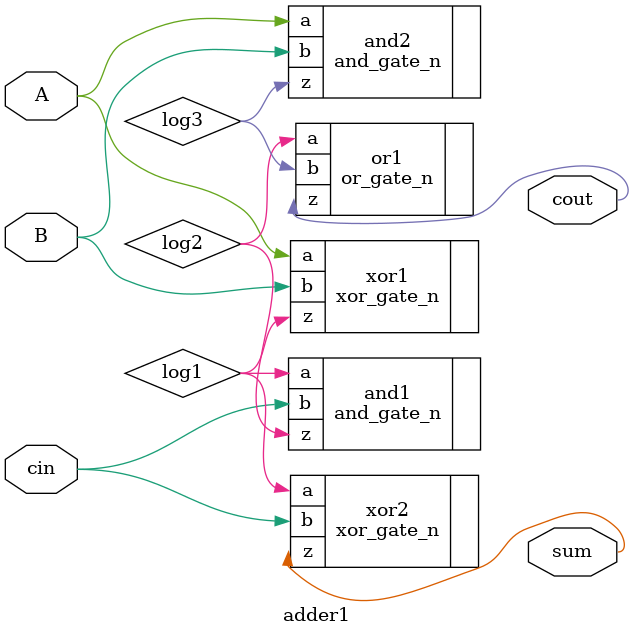
<source format=v>
module adder1(A, B, cin, sum, cout);
    input wire A;
    input wire B;
    input wire cin;
    output wire sum;
    output wire cout;

    wire log1, log2, log3;


    // Summation Logic
    xor_gate_n xor1(
        .a(A),
        .b(B),
        .z(log1)
    );
    xor_gate_n xor2(
        .a(log1),
        .b(cin),
        .z(sum)
    );

    //Carry out logic
    and_gate_n and1(
        .a(log1),
        .b(cin),
        .z(log2)
    );

    and_gate_n and2(
        .a(A),
        .b(B),
        .z(log3)
    );

    or_gate_n or1(
        .a(log2),
        .b(log3),
        .z(cout)
    );


endmodule
</source>
